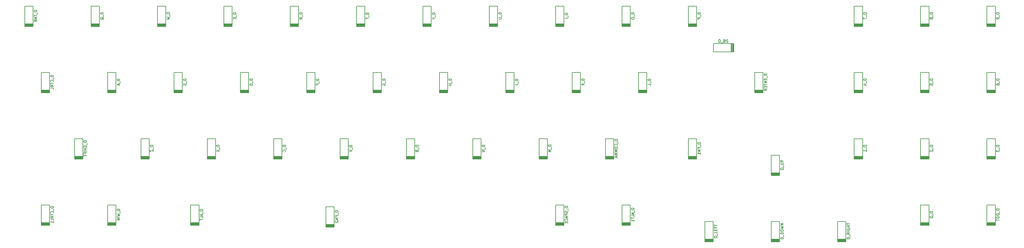
<source format=gbr>
G04 #@! TF.GenerationSoftware,KiCad,Pcbnew,(5.0.0-3-g5ebb6b6)*
G04 #@! TF.CreationDate,2019-05-05T10:35:57-03:00*
G04 #@! TF.ProjectId,elongate,656C6F6E676174652E6B696361645F70,rev?*
G04 #@! TF.SameCoordinates,Original*
G04 #@! TF.FileFunction,Legend,Top*
G04 #@! TF.FilePolarity,Positive*
%FSLAX46Y46*%
G04 Gerber Fmt 4.6, Leading zero omitted, Abs format (unit mm)*
G04 Created by KiCad (PCBNEW (5.0.0-3-g5ebb6b6)) date 2019 May 05, Sunday 10:35:57*
%MOMM*%
%LPD*%
G01*
G04 APERTURE LIST*
%ADD10C,0.200000*%
%ADD11C,0.150000*%
G04 APERTURE END LIST*
D10*
G04 #@! TO.C,D_TAB*
X18350000Y-12300000D02*
X20750000Y-12300000D01*
X18350000Y-12475000D02*
X20750000Y-12475000D01*
X18350000Y-12650000D02*
X20750000Y-12650000D01*
X20750000Y-13050000D02*
X18350000Y-13050000D01*
X18350000Y-12825000D02*
X20750000Y-12825000D01*
X18350000Y-12950000D02*
X20750000Y-12950000D01*
X18350000Y-13025000D02*
X18350000Y-7225000D01*
X18350000Y-7225000D02*
X20750000Y-7225000D01*
X20750000Y-7225000D02*
X20750000Y-13025000D01*
G04 #@! TO.C,D_Q*
X37400000Y-12300000D02*
X39800000Y-12300000D01*
X37400000Y-12475000D02*
X39800000Y-12475000D01*
X37400000Y-12650000D02*
X39800000Y-12650000D01*
X39800000Y-13050000D02*
X37400000Y-13050000D01*
X37400000Y-12825000D02*
X39800000Y-12825000D01*
X37400000Y-12950000D02*
X39800000Y-12950000D01*
X37400000Y-13025000D02*
X37400000Y-7225000D01*
X37400000Y-7225000D02*
X39800000Y-7225000D01*
X39800000Y-7225000D02*
X39800000Y-13025000D01*
G04 #@! TO.C,D_W*
X56450000Y-12300000D02*
X58850000Y-12300000D01*
X56450000Y-12475000D02*
X58850000Y-12475000D01*
X56450000Y-12650000D02*
X58850000Y-12650000D01*
X58850000Y-13050000D02*
X56450000Y-13050000D01*
X56450000Y-12825000D02*
X58850000Y-12825000D01*
X56450000Y-12950000D02*
X58850000Y-12950000D01*
X56450000Y-13025000D02*
X56450000Y-7225000D01*
X56450000Y-7225000D02*
X58850000Y-7225000D01*
X58850000Y-7225000D02*
X58850000Y-13025000D01*
G04 #@! TO.C,D_E*
X75500000Y-12300000D02*
X77900000Y-12300000D01*
X75500000Y-12475000D02*
X77900000Y-12475000D01*
X75500000Y-12650000D02*
X77900000Y-12650000D01*
X77900000Y-13050000D02*
X75500000Y-13050000D01*
X75500000Y-12825000D02*
X77900000Y-12825000D01*
X75500000Y-12950000D02*
X77900000Y-12950000D01*
X75500000Y-13025000D02*
X75500000Y-7225000D01*
X75500000Y-7225000D02*
X77900000Y-7225000D01*
X77900000Y-7225000D02*
X77900000Y-13025000D01*
G04 #@! TO.C,D_R*
X94550000Y-12300000D02*
X96950000Y-12300000D01*
X94550000Y-12475000D02*
X96950000Y-12475000D01*
X94550000Y-12650000D02*
X96950000Y-12650000D01*
X96950000Y-13050000D02*
X94550000Y-13050000D01*
X94550000Y-12825000D02*
X96950000Y-12825000D01*
X94550000Y-12950000D02*
X96950000Y-12950000D01*
X94550000Y-13025000D02*
X94550000Y-7225000D01*
X94550000Y-7225000D02*
X96950000Y-7225000D01*
X96950000Y-7225000D02*
X96950000Y-13025000D01*
G04 #@! TO.C,D_T*
X113600000Y-12300000D02*
X116000000Y-12300000D01*
X113600000Y-12475000D02*
X116000000Y-12475000D01*
X113600000Y-12650000D02*
X116000000Y-12650000D01*
X116000000Y-13050000D02*
X113600000Y-13050000D01*
X113600000Y-12825000D02*
X116000000Y-12825000D01*
X113600000Y-12950000D02*
X116000000Y-12950000D01*
X113600000Y-13025000D02*
X113600000Y-7225000D01*
X113600000Y-7225000D02*
X116000000Y-7225000D01*
X116000000Y-7225000D02*
X116000000Y-13025000D01*
G04 #@! TO.C,D_Y*
X132650000Y-12300000D02*
X135050000Y-12300000D01*
X132650000Y-12475000D02*
X135050000Y-12475000D01*
X132650000Y-12650000D02*
X135050000Y-12650000D01*
X135050000Y-13050000D02*
X132650000Y-13050000D01*
X132650000Y-12825000D02*
X135050000Y-12825000D01*
X132650000Y-12950000D02*
X135050000Y-12950000D01*
X132650000Y-13025000D02*
X132650000Y-7225000D01*
X132650000Y-7225000D02*
X135050000Y-7225000D01*
X135050000Y-7225000D02*
X135050000Y-13025000D01*
G04 #@! TO.C,D_U*
X151700000Y-12300000D02*
X154100000Y-12300000D01*
X151700000Y-12475000D02*
X154100000Y-12475000D01*
X151700000Y-12650000D02*
X154100000Y-12650000D01*
X154100000Y-13050000D02*
X151700000Y-13050000D01*
X151700000Y-12825000D02*
X154100000Y-12825000D01*
X151700000Y-12950000D02*
X154100000Y-12950000D01*
X151700000Y-13025000D02*
X151700000Y-7225000D01*
X151700000Y-7225000D02*
X154100000Y-7225000D01*
X154100000Y-7225000D02*
X154100000Y-13025000D01*
G04 #@! TO.C,D_I*
X170750000Y-12300000D02*
X173150000Y-12300000D01*
X170750000Y-12475000D02*
X173150000Y-12475000D01*
X170750000Y-12650000D02*
X173150000Y-12650000D01*
X173150000Y-13050000D02*
X170750000Y-13050000D01*
X170750000Y-12825000D02*
X173150000Y-12825000D01*
X170750000Y-12950000D02*
X173150000Y-12950000D01*
X170750000Y-13025000D02*
X170750000Y-7225000D01*
X170750000Y-7225000D02*
X173150000Y-7225000D01*
X173150000Y-7225000D02*
X173150000Y-13025000D01*
G04 #@! TO.C,D_O*
X189800000Y-12300000D02*
X192200000Y-12300000D01*
X189800000Y-12475000D02*
X192200000Y-12475000D01*
X189800000Y-12650000D02*
X192200000Y-12650000D01*
X192200000Y-13050000D02*
X189800000Y-13050000D01*
X189800000Y-12825000D02*
X192200000Y-12825000D01*
X189800000Y-12950000D02*
X192200000Y-12950000D01*
X189800000Y-13025000D02*
X189800000Y-7225000D01*
X189800000Y-7225000D02*
X192200000Y-7225000D01*
X192200000Y-7225000D02*
X192200000Y-13025000D01*
G04 #@! TO.C,D_P*
X208850000Y-12300000D02*
X211250000Y-12300000D01*
X208850000Y-12475000D02*
X211250000Y-12475000D01*
X208850000Y-12650000D02*
X211250000Y-12650000D01*
X211250000Y-13050000D02*
X208850000Y-13050000D01*
X208850000Y-12825000D02*
X211250000Y-12825000D01*
X208850000Y-12950000D02*
X211250000Y-12950000D01*
X208850000Y-13025000D02*
X208850000Y-7225000D01*
X208850000Y-7225000D02*
X211250000Y-7225000D01*
X211250000Y-7225000D02*
X211250000Y-13025000D01*
G04 #@! TO.C,D_BS*
X221175000Y-20400000D02*
X221175000Y-18000000D01*
X221350000Y-20400000D02*
X221350000Y-18000000D01*
X221525000Y-20400000D02*
X221525000Y-18000000D01*
X221925000Y-18000000D02*
X221925000Y-20400000D01*
X221700000Y-20400000D02*
X221700000Y-18000000D01*
X221825000Y-20400000D02*
X221825000Y-18000000D01*
X221900000Y-20400000D02*
X216100000Y-20400000D01*
X216100000Y-20400000D02*
X216100000Y-18000000D01*
X216100000Y-18000000D02*
X221900000Y-18000000D01*
G04 #@! TO.C,D_7*
X256475000Y-12300000D02*
X258875000Y-12300000D01*
X256475000Y-12475000D02*
X258875000Y-12475000D01*
X256475000Y-12650000D02*
X258875000Y-12650000D01*
X258875000Y-13050000D02*
X256475000Y-13050000D01*
X256475000Y-12825000D02*
X258875000Y-12825000D01*
X256475000Y-12950000D02*
X258875000Y-12950000D01*
X256475000Y-13025000D02*
X256475000Y-7225000D01*
X256475000Y-7225000D02*
X258875000Y-7225000D01*
X258875000Y-7225000D02*
X258875000Y-13025000D01*
G04 #@! TO.C,D_8*
X275525000Y-12300000D02*
X277925000Y-12300000D01*
X275525000Y-12475000D02*
X277925000Y-12475000D01*
X275525000Y-12650000D02*
X277925000Y-12650000D01*
X277925000Y-13050000D02*
X275525000Y-13050000D01*
X275525000Y-12825000D02*
X277925000Y-12825000D01*
X275525000Y-12950000D02*
X277925000Y-12950000D01*
X275525000Y-13025000D02*
X275525000Y-7225000D01*
X275525000Y-7225000D02*
X277925000Y-7225000D01*
X277925000Y-7225000D02*
X277925000Y-13025000D01*
G04 #@! TO.C,D_9*
X294575000Y-12300000D02*
X296975000Y-12300000D01*
X294575000Y-12475000D02*
X296975000Y-12475000D01*
X294575000Y-12650000D02*
X296975000Y-12650000D01*
X296975000Y-13050000D02*
X294575000Y-13050000D01*
X294575000Y-12825000D02*
X296975000Y-12825000D01*
X294575000Y-12950000D02*
X296975000Y-12950000D01*
X294575000Y-13025000D02*
X294575000Y-7225000D01*
X294575000Y-7225000D02*
X296975000Y-7225000D01*
X296975000Y-7225000D02*
X296975000Y-13025000D01*
G04 #@! TO.C,D_CTRL*
X23112500Y-31350000D02*
X25512500Y-31350000D01*
X23112500Y-31525000D02*
X25512500Y-31525000D01*
X23112500Y-31700000D02*
X25512500Y-31700000D01*
X25512500Y-32100000D02*
X23112500Y-32100000D01*
X23112500Y-31875000D02*
X25512500Y-31875000D01*
X23112500Y-32000000D02*
X25512500Y-32000000D01*
X23112500Y-32075000D02*
X23112500Y-26275000D01*
X23112500Y-26275000D02*
X25512500Y-26275000D01*
X25512500Y-26275000D02*
X25512500Y-32075000D01*
G04 #@! TO.C,D_A*
X42162500Y-31350000D02*
X44562500Y-31350000D01*
X42162500Y-31525000D02*
X44562500Y-31525000D01*
X42162500Y-31700000D02*
X44562500Y-31700000D01*
X44562500Y-32100000D02*
X42162500Y-32100000D01*
X42162500Y-31875000D02*
X44562500Y-31875000D01*
X42162500Y-32000000D02*
X44562500Y-32000000D01*
X42162500Y-32075000D02*
X42162500Y-26275000D01*
X42162500Y-26275000D02*
X44562500Y-26275000D01*
X44562500Y-26275000D02*
X44562500Y-32075000D01*
G04 #@! TO.C,D_S*
X61212500Y-31350000D02*
X63612500Y-31350000D01*
X61212500Y-31525000D02*
X63612500Y-31525000D01*
X61212500Y-31700000D02*
X63612500Y-31700000D01*
X63612500Y-32100000D02*
X61212500Y-32100000D01*
X61212500Y-31875000D02*
X63612500Y-31875000D01*
X61212500Y-32000000D02*
X63612500Y-32000000D01*
X61212500Y-32075000D02*
X61212500Y-26275000D01*
X61212500Y-26275000D02*
X63612500Y-26275000D01*
X63612500Y-26275000D02*
X63612500Y-32075000D01*
G04 #@! TO.C,D_D*
X80262500Y-31350000D02*
X82662500Y-31350000D01*
X80262500Y-31525000D02*
X82662500Y-31525000D01*
X80262500Y-31700000D02*
X82662500Y-31700000D01*
X82662500Y-32100000D02*
X80262500Y-32100000D01*
X80262500Y-31875000D02*
X82662500Y-31875000D01*
X80262500Y-32000000D02*
X82662500Y-32000000D01*
X80262500Y-32075000D02*
X80262500Y-26275000D01*
X80262500Y-26275000D02*
X82662500Y-26275000D01*
X82662500Y-26275000D02*
X82662500Y-32075000D01*
G04 #@! TO.C,D_F*
X99312500Y-31350000D02*
X101712500Y-31350000D01*
X99312500Y-31525000D02*
X101712500Y-31525000D01*
X99312500Y-31700000D02*
X101712500Y-31700000D01*
X101712500Y-32100000D02*
X99312500Y-32100000D01*
X99312500Y-31875000D02*
X101712500Y-31875000D01*
X99312500Y-32000000D02*
X101712500Y-32000000D01*
X99312500Y-32075000D02*
X99312500Y-26275000D01*
X99312500Y-26275000D02*
X101712500Y-26275000D01*
X101712500Y-26275000D02*
X101712500Y-32075000D01*
G04 #@! TO.C,D_G*
X118362500Y-31350000D02*
X120762500Y-31350000D01*
X118362500Y-31525000D02*
X120762500Y-31525000D01*
X118362500Y-31700000D02*
X120762500Y-31700000D01*
X120762500Y-32100000D02*
X118362500Y-32100000D01*
X118362500Y-31875000D02*
X120762500Y-31875000D01*
X118362500Y-32000000D02*
X120762500Y-32000000D01*
X118362500Y-32075000D02*
X118362500Y-26275000D01*
X118362500Y-26275000D02*
X120762500Y-26275000D01*
X120762500Y-26275000D02*
X120762500Y-32075000D01*
G04 #@! TO.C,D_H*
X137412500Y-31350000D02*
X139812500Y-31350000D01*
X137412500Y-31525000D02*
X139812500Y-31525000D01*
X137412500Y-31700000D02*
X139812500Y-31700000D01*
X139812500Y-32100000D02*
X137412500Y-32100000D01*
X137412500Y-31875000D02*
X139812500Y-31875000D01*
X137412500Y-32000000D02*
X139812500Y-32000000D01*
X137412500Y-32075000D02*
X137412500Y-26275000D01*
X137412500Y-26275000D02*
X139812500Y-26275000D01*
X139812500Y-26275000D02*
X139812500Y-32075000D01*
G04 #@! TO.C,D_J*
X156462500Y-31350000D02*
X158862500Y-31350000D01*
X156462500Y-31525000D02*
X158862500Y-31525000D01*
X156462500Y-31700000D02*
X158862500Y-31700000D01*
X158862500Y-32100000D02*
X156462500Y-32100000D01*
X156462500Y-31875000D02*
X158862500Y-31875000D01*
X156462500Y-32000000D02*
X158862500Y-32000000D01*
X156462500Y-32075000D02*
X156462500Y-26275000D01*
X156462500Y-26275000D02*
X158862500Y-26275000D01*
X158862500Y-26275000D02*
X158862500Y-32075000D01*
G04 #@! TO.C,D_K*
X175512500Y-31350000D02*
X177912500Y-31350000D01*
X175512500Y-31525000D02*
X177912500Y-31525000D01*
X175512500Y-31700000D02*
X177912500Y-31700000D01*
X177912500Y-32100000D02*
X175512500Y-32100000D01*
X175512500Y-31875000D02*
X177912500Y-31875000D01*
X175512500Y-32000000D02*
X177912500Y-32000000D01*
X175512500Y-32075000D02*
X175512500Y-26275000D01*
X175512500Y-26275000D02*
X177912500Y-26275000D01*
X177912500Y-26275000D02*
X177912500Y-32075000D01*
G04 #@! TO.C,D_L*
X194562500Y-31350000D02*
X196962500Y-31350000D01*
X194562500Y-31525000D02*
X196962500Y-31525000D01*
X194562500Y-31700000D02*
X196962500Y-31700000D01*
X196962500Y-32100000D02*
X194562500Y-32100000D01*
X194562500Y-31875000D02*
X196962500Y-31875000D01*
X194562500Y-32000000D02*
X196962500Y-32000000D01*
X194562500Y-32075000D02*
X194562500Y-26275000D01*
X194562500Y-26275000D02*
X196962500Y-26275000D01*
X196962500Y-26275000D02*
X196962500Y-32075000D01*
G04 #@! TO.C,D_ENTER*
X227900000Y-31350000D02*
X230300000Y-31350000D01*
X227900000Y-31525000D02*
X230300000Y-31525000D01*
X227900000Y-31700000D02*
X230300000Y-31700000D01*
X230300000Y-32100000D02*
X227900000Y-32100000D01*
X227900000Y-31875000D02*
X230300000Y-31875000D01*
X227900000Y-32000000D02*
X230300000Y-32000000D01*
X227900000Y-32075000D02*
X227900000Y-26275000D01*
X227900000Y-26275000D02*
X230300000Y-26275000D01*
X230300000Y-26275000D02*
X230300000Y-32075000D01*
G04 #@! TO.C,D_4*
X256475000Y-31350000D02*
X258875000Y-31350000D01*
X256475000Y-31525000D02*
X258875000Y-31525000D01*
X256475000Y-31700000D02*
X258875000Y-31700000D01*
X258875000Y-32100000D02*
X256475000Y-32100000D01*
X256475000Y-31875000D02*
X258875000Y-31875000D01*
X256475000Y-32000000D02*
X258875000Y-32000000D01*
X256475000Y-32075000D02*
X256475000Y-26275000D01*
X256475000Y-26275000D02*
X258875000Y-26275000D01*
X258875000Y-26275000D02*
X258875000Y-32075000D01*
G04 #@! TO.C,D_5*
X275525000Y-31350000D02*
X277925000Y-31350000D01*
X275525000Y-31525000D02*
X277925000Y-31525000D01*
X275525000Y-31700000D02*
X277925000Y-31700000D01*
X277925000Y-32100000D02*
X275525000Y-32100000D01*
X275525000Y-31875000D02*
X277925000Y-31875000D01*
X275525000Y-32000000D02*
X277925000Y-32000000D01*
X275525000Y-32075000D02*
X275525000Y-26275000D01*
X275525000Y-26275000D02*
X277925000Y-26275000D01*
X277925000Y-26275000D02*
X277925000Y-32075000D01*
G04 #@! TO.C,D_6*
X294575000Y-31350000D02*
X296975000Y-31350000D01*
X294575000Y-31525000D02*
X296975000Y-31525000D01*
X294575000Y-31700000D02*
X296975000Y-31700000D01*
X296975000Y-32100000D02*
X294575000Y-32100000D01*
X294575000Y-31875000D02*
X296975000Y-31875000D01*
X294575000Y-32000000D02*
X296975000Y-32000000D01*
X294575000Y-32075000D02*
X294575000Y-26275000D01*
X294575000Y-26275000D02*
X296975000Y-26275000D01*
X296975000Y-26275000D02*
X296975000Y-32075000D01*
G04 #@! TO.C,D_SHIFT*
X32637500Y-50400000D02*
X35037500Y-50400000D01*
X32637500Y-50575000D02*
X35037500Y-50575000D01*
X32637500Y-50750000D02*
X35037500Y-50750000D01*
X35037500Y-51150000D02*
X32637500Y-51150000D01*
X32637500Y-50925000D02*
X35037500Y-50925000D01*
X32637500Y-51050000D02*
X35037500Y-51050000D01*
X32637500Y-51125000D02*
X32637500Y-45325000D01*
X32637500Y-45325000D02*
X35037500Y-45325000D01*
X35037500Y-45325000D02*
X35037500Y-51125000D01*
G04 #@! TO.C,D_Z*
X51687500Y-50400000D02*
X54087500Y-50400000D01*
X51687500Y-50575000D02*
X54087500Y-50575000D01*
X51687500Y-50750000D02*
X54087500Y-50750000D01*
X54087500Y-51150000D02*
X51687500Y-51150000D01*
X51687500Y-50925000D02*
X54087500Y-50925000D01*
X51687500Y-51050000D02*
X54087500Y-51050000D01*
X51687500Y-51125000D02*
X51687500Y-45325000D01*
X51687500Y-45325000D02*
X54087500Y-45325000D01*
X54087500Y-45325000D02*
X54087500Y-51125000D01*
G04 #@! TO.C,D_X*
X70737500Y-50400000D02*
X73137500Y-50400000D01*
X70737500Y-50575000D02*
X73137500Y-50575000D01*
X70737500Y-50750000D02*
X73137500Y-50750000D01*
X73137500Y-51150000D02*
X70737500Y-51150000D01*
X70737500Y-50925000D02*
X73137500Y-50925000D01*
X70737500Y-51050000D02*
X73137500Y-51050000D01*
X70737500Y-51125000D02*
X70737500Y-45325000D01*
X70737500Y-45325000D02*
X73137500Y-45325000D01*
X73137500Y-45325000D02*
X73137500Y-51125000D01*
G04 #@! TO.C,D_C*
X89787500Y-50400000D02*
X92187500Y-50400000D01*
X89787500Y-50575000D02*
X92187500Y-50575000D01*
X89787500Y-50750000D02*
X92187500Y-50750000D01*
X92187500Y-51150000D02*
X89787500Y-51150000D01*
X89787500Y-50925000D02*
X92187500Y-50925000D01*
X89787500Y-51050000D02*
X92187500Y-51050000D01*
X89787500Y-51125000D02*
X89787500Y-45325000D01*
X89787500Y-45325000D02*
X92187500Y-45325000D01*
X92187500Y-45325000D02*
X92187500Y-51125000D01*
G04 #@! TO.C,D_V*
X108837500Y-50400000D02*
X111237500Y-50400000D01*
X108837500Y-50575000D02*
X111237500Y-50575000D01*
X108837500Y-50750000D02*
X111237500Y-50750000D01*
X111237500Y-51150000D02*
X108837500Y-51150000D01*
X108837500Y-50925000D02*
X111237500Y-50925000D01*
X108837500Y-51050000D02*
X111237500Y-51050000D01*
X108837500Y-51125000D02*
X108837500Y-45325000D01*
X108837500Y-45325000D02*
X111237500Y-45325000D01*
X111237500Y-45325000D02*
X111237500Y-51125000D01*
G04 #@! TO.C,D_B*
X127887500Y-50400000D02*
X130287500Y-50400000D01*
X127887500Y-50575000D02*
X130287500Y-50575000D01*
X127887500Y-50750000D02*
X130287500Y-50750000D01*
X130287500Y-51150000D02*
X127887500Y-51150000D01*
X127887500Y-50925000D02*
X130287500Y-50925000D01*
X127887500Y-51050000D02*
X130287500Y-51050000D01*
X127887500Y-51125000D02*
X127887500Y-45325000D01*
X127887500Y-45325000D02*
X130287500Y-45325000D01*
X130287500Y-45325000D02*
X130287500Y-51125000D01*
G04 #@! TO.C,D_N*
X146937500Y-50400000D02*
X149337500Y-50400000D01*
X146937500Y-50575000D02*
X149337500Y-50575000D01*
X146937500Y-50750000D02*
X149337500Y-50750000D01*
X149337500Y-51150000D02*
X146937500Y-51150000D01*
X146937500Y-50925000D02*
X149337500Y-50925000D01*
X146937500Y-51050000D02*
X149337500Y-51050000D01*
X146937500Y-51125000D02*
X146937500Y-45325000D01*
X146937500Y-45325000D02*
X149337500Y-45325000D01*
X149337500Y-45325000D02*
X149337500Y-51125000D01*
G04 #@! TO.C,D_M*
X165987500Y-50400000D02*
X168387500Y-50400000D01*
X165987500Y-50575000D02*
X168387500Y-50575000D01*
X165987500Y-50750000D02*
X168387500Y-50750000D01*
X168387500Y-51150000D02*
X165987500Y-51150000D01*
X165987500Y-50925000D02*
X168387500Y-50925000D01*
X165987500Y-51050000D02*
X168387500Y-51050000D01*
X165987500Y-51125000D02*
X165987500Y-45325000D01*
X165987500Y-45325000D02*
X168387500Y-45325000D01*
X168387500Y-45325000D02*
X168387500Y-51125000D01*
G04 #@! TO.C,D_COMMA*
X185037500Y-50400000D02*
X187437500Y-50400000D01*
X185037500Y-50575000D02*
X187437500Y-50575000D01*
X185037500Y-50750000D02*
X187437500Y-50750000D01*
X187437500Y-51150000D02*
X185037500Y-51150000D01*
X185037500Y-50925000D02*
X187437500Y-50925000D01*
X185037500Y-51050000D02*
X187437500Y-51050000D01*
X185037500Y-51125000D02*
X185037500Y-45325000D01*
X185037500Y-45325000D02*
X187437500Y-45325000D01*
X187437500Y-45325000D02*
X187437500Y-51125000D01*
G04 #@! TO.C,D_FN1*
X208850000Y-50400000D02*
X211250000Y-50400000D01*
X208850000Y-50575000D02*
X211250000Y-50575000D01*
X208850000Y-50750000D02*
X211250000Y-50750000D01*
X211250000Y-51150000D02*
X208850000Y-51150000D01*
X208850000Y-50925000D02*
X211250000Y-50925000D01*
X208850000Y-51050000D02*
X211250000Y-51050000D01*
X208850000Y-51125000D02*
X208850000Y-45325000D01*
X208850000Y-45325000D02*
X211250000Y-45325000D01*
X211250000Y-45325000D02*
X211250000Y-51125000D01*
G04 #@! TO.C,D_UP*
X232662500Y-55162500D02*
X235062500Y-55162500D01*
X232662500Y-55337500D02*
X235062500Y-55337500D01*
X232662500Y-55512500D02*
X235062500Y-55512500D01*
X235062500Y-55912500D02*
X232662500Y-55912500D01*
X232662500Y-55687500D02*
X235062500Y-55687500D01*
X232662500Y-55812500D02*
X235062500Y-55812500D01*
X232662500Y-55887500D02*
X232662500Y-50087500D01*
X232662500Y-50087500D02*
X235062500Y-50087500D01*
X235062500Y-50087500D02*
X235062500Y-55887500D01*
G04 #@! TO.C,D_1*
X256475000Y-50400000D02*
X258875000Y-50400000D01*
X256475000Y-50575000D02*
X258875000Y-50575000D01*
X256475000Y-50750000D02*
X258875000Y-50750000D01*
X258875000Y-51150000D02*
X256475000Y-51150000D01*
X256475000Y-50925000D02*
X258875000Y-50925000D01*
X256475000Y-51050000D02*
X258875000Y-51050000D01*
X256475000Y-51125000D02*
X256475000Y-45325000D01*
X256475000Y-45325000D02*
X258875000Y-45325000D01*
X258875000Y-45325000D02*
X258875000Y-51125000D01*
G04 #@! TO.C,D_2*
X275525000Y-50400000D02*
X277925000Y-50400000D01*
X275525000Y-50575000D02*
X277925000Y-50575000D01*
X275525000Y-50750000D02*
X277925000Y-50750000D01*
X277925000Y-51150000D02*
X275525000Y-51150000D01*
X275525000Y-50925000D02*
X277925000Y-50925000D01*
X275525000Y-51050000D02*
X277925000Y-51050000D01*
X275525000Y-51125000D02*
X275525000Y-45325000D01*
X275525000Y-45325000D02*
X277925000Y-45325000D01*
X277925000Y-45325000D02*
X277925000Y-51125000D01*
G04 #@! TO.C,D_3*
X294575000Y-50400000D02*
X296975000Y-50400000D01*
X294575000Y-50575000D02*
X296975000Y-50575000D01*
X294575000Y-50750000D02*
X296975000Y-50750000D01*
X296975000Y-51150000D02*
X294575000Y-51150000D01*
X294575000Y-50925000D02*
X296975000Y-50925000D01*
X294575000Y-51050000D02*
X296975000Y-51050000D01*
X294575000Y-51125000D02*
X294575000Y-45325000D01*
X294575000Y-45325000D02*
X296975000Y-45325000D01*
X296975000Y-45325000D02*
X296975000Y-51125000D01*
G04 #@! TO.C,D_CTRL1*
X23112500Y-69450000D02*
X25512500Y-69450000D01*
X23112500Y-69625000D02*
X25512500Y-69625000D01*
X23112500Y-69800000D02*
X25512500Y-69800000D01*
X25512500Y-70200000D02*
X23112500Y-70200000D01*
X23112500Y-69975000D02*
X25512500Y-69975000D01*
X23112500Y-70100000D02*
X25512500Y-70100000D01*
X23112500Y-70175000D02*
X23112500Y-64375000D01*
X23112500Y-64375000D02*
X25512500Y-64375000D01*
X25512500Y-64375000D02*
X25512500Y-70175000D01*
G04 #@! TO.C,D_WIN*
X42162500Y-69450000D02*
X44562500Y-69450000D01*
X42162500Y-69625000D02*
X44562500Y-69625000D01*
X42162500Y-69800000D02*
X44562500Y-69800000D01*
X44562500Y-70200000D02*
X42162500Y-70200000D01*
X42162500Y-69975000D02*
X44562500Y-69975000D01*
X42162500Y-70100000D02*
X44562500Y-70100000D01*
X42162500Y-70175000D02*
X42162500Y-64375000D01*
X42162500Y-64375000D02*
X44562500Y-64375000D01*
X44562500Y-64375000D02*
X44562500Y-70175000D01*
G04 #@! TO.C,D_ALT*
X65975000Y-69450000D02*
X68375000Y-69450000D01*
X65975000Y-69625000D02*
X68375000Y-69625000D01*
X65975000Y-69800000D02*
X68375000Y-69800000D01*
X68375000Y-70200000D02*
X65975000Y-70200000D01*
X65975000Y-69975000D02*
X68375000Y-69975000D01*
X65975000Y-70100000D02*
X68375000Y-70100000D01*
X65975000Y-70175000D02*
X65975000Y-64375000D01*
X65975000Y-64375000D02*
X68375000Y-64375000D01*
X68375000Y-64375000D02*
X68375000Y-70175000D01*
G04 #@! TO.C,D_FN2*
X104800000Y-69975000D02*
X107200000Y-69975000D01*
X104800000Y-70150000D02*
X107200000Y-70150000D01*
X104800000Y-70325000D02*
X107200000Y-70325000D01*
X107200000Y-70725000D02*
X104800000Y-70725000D01*
X104800000Y-70500000D02*
X107200000Y-70500000D01*
X104800000Y-70625000D02*
X107200000Y-70625000D01*
X104800000Y-70700000D02*
X104800000Y-64900000D01*
X104800000Y-64900000D02*
X107200000Y-64900000D01*
X107200000Y-64900000D02*
X107200000Y-70700000D01*
G04 #@! TO.C,D_SPACE*
X170750000Y-69450000D02*
X173150000Y-69450000D01*
X170750000Y-69625000D02*
X173150000Y-69625000D01*
X170750000Y-69800000D02*
X173150000Y-69800000D01*
X173150000Y-70200000D02*
X170750000Y-70200000D01*
X170750000Y-69975000D02*
X173150000Y-69975000D01*
X170750000Y-70100000D02*
X173150000Y-70100000D01*
X170750000Y-70175000D02*
X170750000Y-64375000D01*
X170750000Y-64375000D02*
X173150000Y-64375000D01*
X173150000Y-64375000D02*
X173150000Y-70175000D01*
G04 #@! TO.C,D_ALT1*
X189800000Y-69450000D02*
X192200000Y-69450000D01*
X189800000Y-69625000D02*
X192200000Y-69625000D01*
X189800000Y-69800000D02*
X192200000Y-69800000D01*
X192200000Y-70200000D02*
X189800000Y-70200000D01*
X189800000Y-69975000D02*
X192200000Y-69975000D01*
X189800000Y-70100000D02*
X192200000Y-70100000D01*
X189800000Y-70175000D02*
X189800000Y-64375000D01*
X189800000Y-64375000D02*
X192200000Y-64375000D01*
X192200000Y-64375000D02*
X192200000Y-70175000D01*
G04 #@! TO.C,D_LEFT*
X213612500Y-74212500D02*
X216012500Y-74212500D01*
X213612500Y-74387500D02*
X216012500Y-74387500D01*
X213612500Y-74562500D02*
X216012500Y-74562500D01*
X216012500Y-74962500D02*
X213612500Y-74962500D01*
X213612500Y-74737500D02*
X216012500Y-74737500D01*
X213612500Y-74862500D02*
X216012500Y-74862500D01*
X213612500Y-74937500D02*
X213612500Y-69137500D01*
X213612500Y-69137500D02*
X216012500Y-69137500D01*
X216012500Y-69137500D02*
X216012500Y-74937500D01*
G04 #@! TO.C,D_DOWN*
X232662500Y-74212500D02*
X235062500Y-74212500D01*
X232662500Y-74387500D02*
X235062500Y-74387500D01*
X232662500Y-74562500D02*
X235062500Y-74562500D01*
X235062500Y-74962500D02*
X232662500Y-74962500D01*
X232662500Y-74737500D02*
X235062500Y-74737500D01*
X232662500Y-74862500D02*
X235062500Y-74862500D01*
X232662500Y-74937500D02*
X232662500Y-69137500D01*
X232662500Y-69137500D02*
X235062500Y-69137500D01*
X235062500Y-69137500D02*
X235062500Y-74937500D01*
G04 #@! TO.C,D_RIGHT*
X251712500Y-74212500D02*
X254112500Y-74212500D01*
X251712500Y-74387500D02*
X254112500Y-74387500D01*
X251712500Y-74562500D02*
X254112500Y-74562500D01*
X254112500Y-74962500D02*
X251712500Y-74962500D01*
X251712500Y-74737500D02*
X254112500Y-74737500D01*
X251712500Y-74862500D02*
X254112500Y-74862500D01*
X251712500Y-74937500D02*
X251712500Y-69137500D01*
X251712500Y-69137500D02*
X254112500Y-69137500D01*
X254112500Y-69137500D02*
X254112500Y-74937500D01*
G04 #@! TO.C,D_0*
X275525000Y-69450000D02*
X277925000Y-69450000D01*
X275525000Y-69625000D02*
X277925000Y-69625000D01*
X275525000Y-69800000D02*
X277925000Y-69800000D01*
X277925000Y-70200000D02*
X275525000Y-70200000D01*
X275525000Y-69975000D02*
X277925000Y-69975000D01*
X275525000Y-70100000D02*
X277925000Y-70100000D01*
X275525000Y-70175000D02*
X275525000Y-64375000D01*
X275525000Y-64375000D02*
X277925000Y-64375000D01*
X277925000Y-64375000D02*
X277925000Y-70175000D01*
G04 #@! TO.C,D_DOT*
X294575000Y-69450000D02*
X296975000Y-69450000D01*
X294575000Y-69625000D02*
X296975000Y-69625000D01*
X294575000Y-69800000D02*
X296975000Y-69800000D01*
X296975000Y-70200000D02*
X294575000Y-70200000D01*
X294575000Y-69975000D02*
X296975000Y-69975000D01*
X294575000Y-70100000D02*
X296975000Y-70100000D01*
X294575000Y-70175000D02*
X294575000Y-64375000D01*
X294575000Y-64375000D02*
X296975000Y-64375000D01*
X296975000Y-64375000D02*
X296975000Y-70175000D01*
G04 #@! TO.C,D_TAB*
D11*
X21836904Y-8463095D02*
X21036904Y-8463095D01*
X21036904Y-8653571D01*
X21075000Y-8767857D01*
X21151190Y-8844047D01*
X21227380Y-8882142D01*
X21379761Y-8920238D01*
X21494047Y-8920238D01*
X21646428Y-8882142D01*
X21722619Y-8844047D01*
X21798809Y-8767857D01*
X21836904Y-8653571D01*
X21836904Y-8463095D01*
X21913095Y-9072619D02*
X21913095Y-9682142D01*
X21036904Y-9758333D02*
X21036904Y-10215476D01*
X21836904Y-9986904D02*
X21036904Y-9986904D01*
X21608333Y-10444047D02*
X21608333Y-10825000D01*
X21836904Y-10367857D02*
X21036904Y-10634523D01*
X21836904Y-10901190D01*
X21417857Y-11434523D02*
X21455952Y-11548809D01*
X21494047Y-11586904D01*
X21570238Y-11625000D01*
X21684523Y-11625000D01*
X21760714Y-11586904D01*
X21798809Y-11548809D01*
X21836904Y-11472619D01*
X21836904Y-11167857D01*
X21036904Y-11167857D01*
X21036904Y-11434523D01*
X21075000Y-11510714D01*
X21113095Y-11548809D01*
X21189285Y-11586904D01*
X21265476Y-11586904D01*
X21341666Y-11548809D01*
X21379761Y-11510714D01*
X21417857Y-11434523D01*
X21417857Y-11167857D01*
G04 #@! TO.C,D_Q*
X40886904Y-9091666D02*
X40086904Y-9091666D01*
X40086904Y-9282142D01*
X40125000Y-9396428D01*
X40201190Y-9472619D01*
X40277380Y-9510714D01*
X40429761Y-9548809D01*
X40544047Y-9548809D01*
X40696428Y-9510714D01*
X40772619Y-9472619D01*
X40848809Y-9396428D01*
X40886904Y-9282142D01*
X40886904Y-9091666D01*
X40963095Y-9701190D02*
X40963095Y-10310714D01*
X40963095Y-11034523D02*
X40925000Y-10958333D01*
X40848809Y-10882142D01*
X40734523Y-10767857D01*
X40696428Y-10691666D01*
X40696428Y-10615476D01*
X40886904Y-10653571D02*
X40848809Y-10577380D01*
X40772619Y-10501190D01*
X40620238Y-10463095D01*
X40353571Y-10463095D01*
X40201190Y-10501190D01*
X40125000Y-10577380D01*
X40086904Y-10653571D01*
X40086904Y-10805952D01*
X40125000Y-10882142D01*
X40201190Y-10958333D01*
X40353571Y-10996428D01*
X40620238Y-10996428D01*
X40772619Y-10958333D01*
X40848809Y-10882142D01*
X40886904Y-10805952D01*
X40886904Y-10653571D01*
G04 #@! TO.C,D_W*
X59936904Y-9053571D02*
X59136904Y-9053571D01*
X59136904Y-9244047D01*
X59175000Y-9358333D01*
X59251190Y-9434523D01*
X59327380Y-9472619D01*
X59479761Y-9510714D01*
X59594047Y-9510714D01*
X59746428Y-9472619D01*
X59822619Y-9434523D01*
X59898809Y-9358333D01*
X59936904Y-9244047D01*
X59936904Y-9053571D01*
X60013095Y-9663095D02*
X60013095Y-10272619D01*
X59136904Y-10386904D02*
X59936904Y-10577380D01*
X59365476Y-10729761D01*
X59936904Y-10882142D01*
X59136904Y-11072619D01*
G04 #@! TO.C,D_E*
X78986904Y-9148809D02*
X78186904Y-9148809D01*
X78186904Y-9339285D01*
X78225000Y-9453571D01*
X78301190Y-9529761D01*
X78377380Y-9567857D01*
X78529761Y-9605952D01*
X78644047Y-9605952D01*
X78796428Y-9567857D01*
X78872619Y-9529761D01*
X78948809Y-9453571D01*
X78986904Y-9339285D01*
X78986904Y-9148809D01*
X79063095Y-9758333D02*
X79063095Y-10367857D01*
X78567857Y-10558333D02*
X78567857Y-10825000D01*
X78986904Y-10939285D02*
X78986904Y-10558333D01*
X78186904Y-10558333D01*
X78186904Y-10939285D01*
G04 #@! TO.C,D_R*
X98036904Y-9110714D02*
X97236904Y-9110714D01*
X97236904Y-9301190D01*
X97275000Y-9415476D01*
X97351190Y-9491666D01*
X97427380Y-9529761D01*
X97579761Y-9567857D01*
X97694047Y-9567857D01*
X97846428Y-9529761D01*
X97922619Y-9491666D01*
X97998809Y-9415476D01*
X98036904Y-9301190D01*
X98036904Y-9110714D01*
X98113095Y-9720238D02*
X98113095Y-10329761D01*
X98036904Y-10977380D02*
X97655952Y-10710714D01*
X98036904Y-10520238D02*
X97236904Y-10520238D01*
X97236904Y-10825000D01*
X97275000Y-10901190D01*
X97313095Y-10939285D01*
X97389285Y-10977380D01*
X97503571Y-10977380D01*
X97579761Y-10939285D01*
X97617857Y-10901190D01*
X97655952Y-10825000D01*
X97655952Y-10520238D01*
G04 #@! TO.C,D_T*
X117086904Y-9205952D02*
X116286904Y-9205952D01*
X116286904Y-9396428D01*
X116325000Y-9510714D01*
X116401190Y-9586904D01*
X116477380Y-9625000D01*
X116629761Y-9663095D01*
X116744047Y-9663095D01*
X116896428Y-9625000D01*
X116972619Y-9586904D01*
X117048809Y-9510714D01*
X117086904Y-9396428D01*
X117086904Y-9205952D01*
X117163095Y-9815476D02*
X117163095Y-10425000D01*
X116286904Y-10501190D02*
X116286904Y-10958333D01*
X117086904Y-10729761D02*
X116286904Y-10729761D01*
G04 #@! TO.C,D_Y*
X136136904Y-9167857D02*
X135336904Y-9167857D01*
X135336904Y-9358333D01*
X135375000Y-9472619D01*
X135451190Y-9548809D01*
X135527380Y-9586904D01*
X135679761Y-9625000D01*
X135794047Y-9625000D01*
X135946428Y-9586904D01*
X136022619Y-9548809D01*
X136098809Y-9472619D01*
X136136904Y-9358333D01*
X136136904Y-9167857D01*
X136213095Y-9777380D02*
X136213095Y-10386904D01*
X135755952Y-10729761D02*
X136136904Y-10729761D01*
X135336904Y-10463095D02*
X135755952Y-10729761D01*
X135336904Y-10996428D01*
G04 #@! TO.C,D_U*
X155186904Y-9091666D02*
X154386904Y-9091666D01*
X154386904Y-9282142D01*
X154425000Y-9396428D01*
X154501190Y-9472619D01*
X154577380Y-9510714D01*
X154729761Y-9548809D01*
X154844047Y-9548809D01*
X154996428Y-9510714D01*
X155072619Y-9472619D01*
X155148809Y-9396428D01*
X155186904Y-9282142D01*
X155186904Y-9091666D01*
X155263095Y-9701190D02*
X155263095Y-10310714D01*
X154386904Y-10501190D02*
X155034523Y-10501190D01*
X155110714Y-10539285D01*
X155148809Y-10577380D01*
X155186904Y-10653571D01*
X155186904Y-10805952D01*
X155148809Y-10882142D01*
X155110714Y-10920238D01*
X155034523Y-10958333D01*
X154386904Y-10958333D01*
G04 #@! TO.C,D_I*
X174236904Y-9320238D02*
X173436904Y-9320238D01*
X173436904Y-9510714D01*
X173475000Y-9625000D01*
X173551190Y-9701190D01*
X173627380Y-9739285D01*
X173779761Y-9777380D01*
X173894047Y-9777380D01*
X174046428Y-9739285D01*
X174122619Y-9701190D01*
X174198809Y-9625000D01*
X174236904Y-9510714D01*
X174236904Y-9320238D01*
X174313095Y-9929761D02*
X174313095Y-10539285D01*
X174236904Y-10729761D02*
X173436904Y-10729761D01*
G04 #@! TO.C,D_O*
X193286904Y-9091666D02*
X192486904Y-9091666D01*
X192486904Y-9282142D01*
X192525000Y-9396428D01*
X192601190Y-9472619D01*
X192677380Y-9510714D01*
X192829761Y-9548809D01*
X192944047Y-9548809D01*
X193096428Y-9510714D01*
X193172619Y-9472619D01*
X193248809Y-9396428D01*
X193286904Y-9282142D01*
X193286904Y-9091666D01*
X193363095Y-9701190D02*
X193363095Y-10310714D01*
X192486904Y-10653571D02*
X192486904Y-10805952D01*
X192525000Y-10882142D01*
X192601190Y-10958333D01*
X192753571Y-10996428D01*
X193020238Y-10996428D01*
X193172619Y-10958333D01*
X193248809Y-10882142D01*
X193286904Y-10805952D01*
X193286904Y-10653571D01*
X193248809Y-10577380D01*
X193172619Y-10501190D01*
X193020238Y-10463095D01*
X192753571Y-10463095D01*
X192601190Y-10501190D01*
X192525000Y-10577380D01*
X192486904Y-10653571D01*
G04 #@! TO.C,D_P*
X212336904Y-9110714D02*
X211536904Y-9110714D01*
X211536904Y-9301190D01*
X211575000Y-9415476D01*
X211651190Y-9491666D01*
X211727380Y-9529761D01*
X211879761Y-9567857D01*
X211994047Y-9567857D01*
X212146428Y-9529761D01*
X212222619Y-9491666D01*
X212298809Y-9415476D01*
X212336904Y-9301190D01*
X212336904Y-9110714D01*
X212413095Y-9720238D02*
X212413095Y-10329761D01*
X212336904Y-10520238D02*
X211536904Y-10520238D01*
X211536904Y-10825000D01*
X211575000Y-10901190D01*
X211613095Y-10939285D01*
X211689285Y-10977380D01*
X211803571Y-10977380D01*
X211879761Y-10939285D01*
X211917857Y-10901190D01*
X211955952Y-10825000D01*
X211955952Y-10520238D01*
G04 #@! TO.C,D_BS*
X217604761Y-17636904D02*
X217604761Y-16836904D01*
X217795238Y-16836904D01*
X217909523Y-16875000D01*
X217985714Y-16951190D01*
X218023809Y-17027380D01*
X218061904Y-17179761D01*
X218061904Y-17294047D01*
X218023809Y-17446428D01*
X217985714Y-17522619D01*
X217909523Y-17598809D01*
X217795238Y-17636904D01*
X217604761Y-17636904D01*
X218214285Y-17713095D02*
X218823809Y-17713095D01*
X219280952Y-17217857D02*
X219395238Y-17255952D01*
X219433333Y-17294047D01*
X219471428Y-17370238D01*
X219471428Y-17484523D01*
X219433333Y-17560714D01*
X219395238Y-17598809D01*
X219319047Y-17636904D01*
X219014285Y-17636904D01*
X219014285Y-16836904D01*
X219280952Y-16836904D01*
X219357142Y-16875000D01*
X219395238Y-16913095D01*
X219433333Y-16989285D01*
X219433333Y-17065476D01*
X219395238Y-17141666D01*
X219357142Y-17179761D01*
X219280952Y-17217857D01*
X219014285Y-17217857D01*
X219776190Y-17598809D02*
X219890476Y-17636904D01*
X220080952Y-17636904D01*
X220157142Y-17598809D01*
X220195238Y-17560714D01*
X220233333Y-17484523D01*
X220233333Y-17408333D01*
X220195238Y-17332142D01*
X220157142Y-17294047D01*
X220080952Y-17255952D01*
X219928571Y-17217857D01*
X219852380Y-17179761D01*
X219814285Y-17141666D01*
X219776190Y-17065476D01*
X219776190Y-16989285D01*
X219814285Y-16913095D01*
X219852380Y-16875000D01*
X219928571Y-16836904D01*
X220119047Y-16836904D01*
X220233333Y-16875000D01*
G04 #@! TO.C,D_7*
X259961904Y-9129761D02*
X259161904Y-9129761D01*
X259161904Y-9320238D01*
X259200000Y-9434523D01*
X259276190Y-9510714D01*
X259352380Y-9548809D01*
X259504761Y-9586904D01*
X259619047Y-9586904D01*
X259771428Y-9548809D01*
X259847619Y-9510714D01*
X259923809Y-9434523D01*
X259961904Y-9320238D01*
X259961904Y-9129761D01*
X260038095Y-9739285D02*
X260038095Y-10348809D01*
X259161904Y-10463095D02*
X259161904Y-10996428D01*
X259961904Y-10653571D01*
G04 #@! TO.C,D_8*
X279011904Y-9129761D02*
X278211904Y-9129761D01*
X278211904Y-9320238D01*
X278250000Y-9434523D01*
X278326190Y-9510714D01*
X278402380Y-9548809D01*
X278554761Y-9586904D01*
X278669047Y-9586904D01*
X278821428Y-9548809D01*
X278897619Y-9510714D01*
X278973809Y-9434523D01*
X279011904Y-9320238D01*
X279011904Y-9129761D01*
X279088095Y-9739285D02*
X279088095Y-10348809D01*
X278554761Y-10653571D02*
X278516666Y-10577380D01*
X278478571Y-10539285D01*
X278402380Y-10501190D01*
X278364285Y-10501190D01*
X278288095Y-10539285D01*
X278250000Y-10577380D01*
X278211904Y-10653571D01*
X278211904Y-10805952D01*
X278250000Y-10882142D01*
X278288095Y-10920238D01*
X278364285Y-10958333D01*
X278402380Y-10958333D01*
X278478571Y-10920238D01*
X278516666Y-10882142D01*
X278554761Y-10805952D01*
X278554761Y-10653571D01*
X278592857Y-10577380D01*
X278630952Y-10539285D01*
X278707142Y-10501190D01*
X278859523Y-10501190D01*
X278935714Y-10539285D01*
X278973809Y-10577380D01*
X279011904Y-10653571D01*
X279011904Y-10805952D01*
X278973809Y-10882142D01*
X278935714Y-10920238D01*
X278859523Y-10958333D01*
X278707142Y-10958333D01*
X278630952Y-10920238D01*
X278592857Y-10882142D01*
X278554761Y-10805952D01*
G04 #@! TO.C,D_9*
X298061904Y-9129761D02*
X297261904Y-9129761D01*
X297261904Y-9320238D01*
X297300000Y-9434523D01*
X297376190Y-9510714D01*
X297452380Y-9548809D01*
X297604761Y-9586904D01*
X297719047Y-9586904D01*
X297871428Y-9548809D01*
X297947619Y-9510714D01*
X298023809Y-9434523D01*
X298061904Y-9320238D01*
X298061904Y-9129761D01*
X298138095Y-9739285D02*
X298138095Y-10348809D01*
X298061904Y-10577380D02*
X298061904Y-10729761D01*
X298023809Y-10805952D01*
X297985714Y-10844047D01*
X297871428Y-10920238D01*
X297719047Y-10958333D01*
X297414285Y-10958333D01*
X297338095Y-10920238D01*
X297300000Y-10882142D01*
X297261904Y-10805952D01*
X297261904Y-10653571D01*
X297300000Y-10577380D01*
X297338095Y-10539285D01*
X297414285Y-10501190D01*
X297604761Y-10501190D01*
X297680952Y-10539285D01*
X297719047Y-10577380D01*
X297757142Y-10653571D01*
X297757142Y-10805952D01*
X297719047Y-10882142D01*
X297680952Y-10920238D01*
X297604761Y-10958333D01*
G04 #@! TO.C,D_CTRL*
X26599404Y-27132142D02*
X25799404Y-27132142D01*
X25799404Y-27322619D01*
X25837500Y-27436904D01*
X25913690Y-27513095D01*
X25989880Y-27551190D01*
X26142261Y-27589285D01*
X26256547Y-27589285D01*
X26408928Y-27551190D01*
X26485119Y-27513095D01*
X26561309Y-27436904D01*
X26599404Y-27322619D01*
X26599404Y-27132142D01*
X26675595Y-27741666D02*
X26675595Y-28351190D01*
X26523214Y-28998809D02*
X26561309Y-28960714D01*
X26599404Y-28846428D01*
X26599404Y-28770238D01*
X26561309Y-28655952D01*
X26485119Y-28579761D01*
X26408928Y-28541666D01*
X26256547Y-28503571D01*
X26142261Y-28503571D01*
X25989880Y-28541666D01*
X25913690Y-28579761D01*
X25837500Y-28655952D01*
X25799404Y-28770238D01*
X25799404Y-28846428D01*
X25837500Y-28960714D01*
X25875595Y-28998809D01*
X25799404Y-29227380D02*
X25799404Y-29684523D01*
X26599404Y-29455952D02*
X25799404Y-29455952D01*
X26599404Y-30408333D02*
X26218452Y-30141666D01*
X26599404Y-29951190D02*
X25799404Y-29951190D01*
X25799404Y-30255952D01*
X25837500Y-30332142D01*
X25875595Y-30370238D01*
X25951785Y-30408333D01*
X26066071Y-30408333D01*
X26142261Y-30370238D01*
X26180357Y-30332142D01*
X26218452Y-30255952D01*
X26218452Y-29951190D01*
X26599404Y-31132142D02*
X26599404Y-30751190D01*
X25799404Y-30751190D01*
G04 #@! TO.C,D_A*
X45649404Y-28217857D02*
X44849404Y-28217857D01*
X44849404Y-28408333D01*
X44887500Y-28522619D01*
X44963690Y-28598809D01*
X45039880Y-28636904D01*
X45192261Y-28675000D01*
X45306547Y-28675000D01*
X45458928Y-28636904D01*
X45535119Y-28598809D01*
X45611309Y-28522619D01*
X45649404Y-28408333D01*
X45649404Y-28217857D01*
X45725595Y-28827380D02*
X45725595Y-29436904D01*
X45420833Y-29589285D02*
X45420833Y-29970238D01*
X45649404Y-29513095D02*
X44849404Y-29779761D01*
X45649404Y-30046428D01*
G04 #@! TO.C,D_S*
X64699404Y-28179761D02*
X63899404Y-28179761D01*
X63899404Y-28370238D01*
X63937500Y-28484523D01*
X64013690Y-28560714D01*
X64089880Y-28598809D01*
X64242261Y-28636904D01*
X64356547Y-28636904D01*
X64508928Y-28598809D01*
X64585119Y-28560714D01*
X64661309Y-28484523D01*
X64699404Y-28370238D01*
X64699404Y-28179761D01*
X64775595Y-28789285D02*
X64775595Y-29398809D01*
X64661309Y-29551190D02*
X64699404Y-29665476D01*
X64699404Y-29855952D01*
X64661309Y-29932142D01*
X64623214Y-29970238D01*
X64547023Y-30008333D01*
X64470833Y-30008333D01*
X64394642Y-29970238D01*
X64356547Y-29932142D01*
X64318452Y-29855952D01*
X64280357Y-29703571D01*
X64242261Y-29627380D01*
X64204166Y-29589285D01*
X64127976Y-29551190D01*
X64051785Y-29551190D01*
X63975595Y-29589285D01*
X63937500Y-29627380D01*
X63899404Y-29703571D01*
X63899404Y-29894047D01*
X63937500Y-30008333D01*
G04 #@! TO.C,D_D*
X83749404Y-28160714D02*
X82949404Y-28160714D01*
X82949404Y-28351190D01*
X82987500Y-28465476D01*
X83063690Y-28541666D01*
X83139880Y-28579761D01*
X83292261Y-28617857D01*
X83406547Y-28617857D01*
X83558928Y-28579761D01*
X83635119Y-28541666D01*
X83711309Y-28465476D01*
X83749404Y-28351190D01*
X83749404Y-28160714D01*
X83825595Y-28770238D02*
X83825595Y-29379761D01*
X83749404Y-29570238D02*
X82949404Y-29570238D01*
X82949404Y-29760714D01*
X82987500Y-29875000D01*
X83063690Y-29951190D01*
X83139880Y-29989285D01*
X83292261Y-30027380D01*
X83406547Y-30027380D01*
X83558928Y-29989285D01*
X83635119Y-29951190D01*
X83711309Y-29875000D01*
X83749404Y-29760714D01*
X83749404Y-29570238D01*
G04 #@! TO.C,D_F*
X102799404Y-28217857D02*
X101999404Y-28217857D01*
X101999404Y-28408333D01*
X102037500Y-28522619D01*
X102113690Y-28598809D01*
X102189880Y-28636904D01*
X102342261Y-28675000D01*
X102456547Y-28675000D01*
X102608928Y-28636904D01*
X102685119Y-28598809D01*
X102761309Y-28522619D01*
X102799404Y-28408333D01*
X102799404Y-28217857D01*
X102875595Y-28827380D02*
X102875595Y-29436904D01*
X102380357Y-29894047D02*
X102380357Y-29627380D01*
X102799404Y-29627380D02*
X101999404Y-29627380D01*
X101999404Y-30008333D01*
G04 #@! TO.C,D_G*
X121849404Y-28160714D02*
X121049404Y-28160714D01*
X121049404Y-28351190D01*
X121087500Y-28465476D01*
X121163690Y-28541666D01*
X121239880Y-28579761D01*
X121392261Y-28617857D01*
X121506547Y-28617857D01*
X121658928Y-28579761D01*
X121735119Y-28541666D01*
X121811309Y-28465476D01*
X121849404Y-28351190D01*
X121849404Y-28160714D01*
X121925595Y-28770238D02*
X121925595Y-29379761D01*
X121087500Y-29989285D02*
X121049404Y-29913095D01*
X121049404Y-29798809D01*
X121087500Y-29684523D01*
X121163690Y-29608333D01*
X121239880Y-29570238D01*
X121392261Y-29532142D01*
X121506547Y-29532142D01*
X121658928Y-29570238D01*
X121735119Y-29608333D01*
X121811309Y-29684523D01*
X121849404Y-29798809D01*
X121849404Y-29875000D01*
X121811309Y-29989285D01*
X121773214Y-30027380D01*
X121506547Y-30027380D01*
X121506547Y-29875000D01*
G04 #@! TO.C,D_H*
X140899404Y-28141666D02*
X140099404Y-28141666D01*
X140099404Y-28332142D01*
X140137500Y-28446428D01*
X140213690Y-28522619D01*
X140289880Y-28560714D01*
X140442261Y-28598809D01*
X140556547Y-28598809D01*
X140708928Y-28560714D01*
X140785119Y-28522619D01*
X140861309Y-28446428D01*
X140899404Y-28332142D01*
X140899404Y-28141666D01*
X140975595Y-28751190D02*
X140975595Y-29360714D01*
X140899404Y-29551190D02*
X140099404Y-29551190D01*
X140480357Y-29551190D02*
X140480357Y-30008333D01*
X140899404Y-30008333D02*
X140099404Y-30008333D01*
G04 #@! TO.C,D_J*
X159949404Y-28255952D02*
X159149404Y-28255952D01*
X159149404Y-28446428D01*
X159187500Y-28560714D01*
X159263690Y-28636904D01*
X159339880Y-28675000D01*
X159492261Y-28713095D01*
X159606547Y-28713095D01*
X159758928Y-28675000D01*
X159835119Y-28636904D01*
X159911309Y-28560714D01*
X159949404Y-28446428D01*
X159949404Y-28255952D01*
X160025595Y-28865476D02*
X160025595Y-29475000D01*
X159149404Y-29894047D02*
X159720833Y-29894047D01*
X159835119Y-29855952D01*
X159911309Y-29779761D01*
X159949404Y-29665476D01*
X159949404Y-29589285D01*
G04 #@! TO.C,D_K*
X178999404Y-28160714D02*
X178199404Y-28160714D01*
X178199404Y-28351190D01*
X178237500Y-28465476D01*
X178313690Y-28541666D01*
X178389880Y-28579761D01*
X178542261Y-28617857D01*
X178656547Y-28617857D01*
X178808928Y-28579761D01*
X178885119Y-28541666D01*
X178961309Y-28465476D01*
X178999404Y-28351190D01*
X178999404Y-28160714D01*
X179075595Y-28770238D02*
X179075595Y-29379761D01*
X178999404Y-29570238D02*
X178199404Y-29570238D01*
X178999404Y-30027380D02*
X178542261Y-29684523D01*
X178199404Y-30027380D02*
X178656547Y-29570238D01*
G04 #@! TO.C,D_L*
X198049404Y-28236904D02*
X197249404Y-28236904D01*
X197249404Y-28427380D01*
X197287500Y-28541666D01*
X197363690Y-28617857D01*
X197439880Y-28655952D01*
X197592261Y-28694047D01*
X197706547Y-28694047D01*
X197858928Y-28655952D01*
X197935119Y-28617857D01*
X198011309Y-28541666D01*
X198049404Y-28427380D01*
X198049404Y-28236904D01*
X198125595Y-28846428D02*
X198125595Y-29455952D01*
X198049404Y-30027380D02*
X198049404Y-29646428D01*
X197249404Y-29646428D01*
G04 #@! TO.C,D_ENTER*
X231386904Y-26713095D02*
X230586904Y-26713095D01*
X230586904Y-26903571D01*
X230625000Y-27017857D01*
X230701190Y-27094047D01*
X230777380Y-27132142D01*
X230929761Y-27170238D01*
X231044047Y-27170238D01*
X231196428Y-27132142D01*
X231272619Y-27094047D01*
X231348809Y-27017857D01*
X231386904Y-26903571D01*
X231386904Y-26713095D01*
X231463095Y-27322619D02*
X231463095Y-27932142D01*
X230967857Y-28122619D02*
X230967857Y-28389285D01*
X231386904Y-28503571D02*
X231386904Y-28122619D01*
X230586904Y-28122619D01*
X230586904Y-28503571D01*
X231386904Y-28846428D02*
X230586904Y-28846428D01*
X231386904Y-29303571D01*
X230586904Y-29303571D01*
X230586904Y-29570238D02*
X230586904Y-30027380D01*
X231386904Y-29798809D02*
X230586904Y-29798809D01*
X230967857Y-30294047D02*
X230967857Y-30560714D01*
X231386904Y-30675000D02*
X231386904Y-30294047D01*
X230586904Y-30294047D01*
X230586904Y-30675000D01*
X231386904Y-31475000D02*
X231005952Y-31208333D01*
X231386904Y-31017857D02*
X230586904Y-31017857D01*
X230586904Y-31322619D01*
X230625000Y-31398809D01*
X230663095Y-31436904D01*
X230739285Y-31475000D01*
X230853571Y-31475000D01*
X230929761Y-31436904D01*
X230967857Y-31398809D01*
X231005952Y-31322619D01*
X231005952Y-31017857D01*
G04 #@! TO.C,D_4*
X259961904Y-28179761D02*
X259161904Y-28179761D01*
X259161904Y-28370238D01*
X259200000Y-28484523D01*
X259276190Y-28560714D01*
X259352380Y-28598809D01*
X259504761Y-28636904D01*
X259619047Y-28636904D01*
X259771428Y-28598809D01*
X259847619Y-28560714D01*
X259923809Y-28484523D01*
X259961904Y-28370238D01*
X259961904Y-28179761D01*
X260038095Y-28789285D02*
X260038095Y-29398809D01*
X259428571Y-29932142D02*
X259961904Y-29932142D01*
X259123809Y-29741666D02*
X259695238Y-29551190D01*
X259695238Y-30046428D01*
G04 #@! TO.C,D_5*
X279011904Y-28179761D02*
X278211904Y-28179761D01*
X278211904Y-28370238D01*
X278250000Y-28484523D01*
X278326190Y-28560714D01*
X278402380Y-28598809D01*
X278554761Y-28636904D01*
X278669047Y-28636904D01*
X278821428Y-28598809D01*
X278897619Y-28560714D01*
X278973809Y-28484523D01*
X279011904Y-28370238D01*
X279011904Y-28179761D01*
X279088095Y-28789285D02*
X279088095Y-29398809D01*
X278211904Y-29970238D02*
X278211904Y-29589285D01*
X278592857Y-29551190D01*
X278554761Y-29589285D01*
X278516666Y-29665476D01*
X278516666Y-29855952D01*
X278554761Y-29932142D01*
X278592857Y-29970238D01*
X278669047Y-30008333D01*
X278859523Y-30008333D01*
X278935714Y-29970238D01*
X278973809Y-29932142D01*
X279011904Y-29855952D01*
X279011904Y-29665476D01*
X278973809Y-29589285D01*
X278935714Y-29551190D01*
G04 #@! TO.C,D_6*
X298061904Y-28179761D02*
X297261904Y-28179761D01*
X297261904Y-28370238D01*
X297300000Y-28484523D01*
X297376190Y-28560714D01*
X297452380Y-28598809D01*
X297604761Y-28636904D01*
X297719047Y-28636904D01*
X297871428Y-28598809D01*
X297947619Y-28560714D01*
X298023809Y-28484523D01*
X298061904Y-28370238D01*
X298061904Y-28179761D01*
X298138095Y-28789285D02*
X298138095Y-29398809D01*
X297261904Y-29932142D02*
X297261904Y-29779761D01*
X297300000Y-29703571D01*
X297338095Y-29665476D01*
X297452380Y-29589285D01*
X297604761Y-29551190D01*
X297909523Y-29551190D01*
X297985714Y-29589285D01*
X298023809Y-29627380D01*
X298061904Y-29703571D01*
X298061904Y-29855952D01*
X298023809Y-29932142D01*
X297985714Y-29970238D01*
X297909523Y-30008333D01*
X297719047Y-30008333D01*
X297642857Y-29970238D01*
X297604761Y-29932142D01*
X297566666Y-29855952D01*
X297566666Y-29703571D01*
X297604761Y-29627380D01*
X297642857Y-29589285D01*
X297719047Y-29551190D01*
G04 #@! TO.C,D_SHIFT*
X36124404Y-45972619D02*
X35324404Y-45972619D01*
X35324404Y-46163095D01*
X35362500Y-46277380D01*
X35438690Y-46353571D01*
X35514880Y-46391666D01*
X35667261Y-46429761D01*
X35781547Y-46429761D01*
X35933928Y-46391666D01*
X36010119Y-46353571D01*
X36086309Y-46277380D01*
X36124404Y-46163095D01*
X36124404Y-45972619D01*
X36200595Y-46582142D02*
X36200595Y-47191666D01*
X36086309Y-47344047D02*
X36124404Y-47458333D01*
X36124404Y-47648809D01*
X36086309Y-47725000D01*
X36048214Y-47763095D01*
X35972023Y-47801190D01*
X35895833Y-47801190D01*
X35819642Y-47763095D01*
X35781547Y-47725000D01*
X35743452Y-47648809D01*
X35705357Y-47496428D01*
X35667261Y-47420238D01*
X35629166Y-47382142D01*
X35552976Y-47344047D01*
X35476785Y-47344047D01*
X35400595Y-47382142D01*
X35362500Y-47420238D01*
X35324404Y-47496428D01*
X35324404Y-47686904D01*
X35362500Y-47801190D01*
X36124404Y-48144047D02*
X35324404Y-48144047D01*
X35705357Y-48144047D02*
X35705357Y-48601190D01*
X36124404Y-48601190D02*
X35324404Y-48601190D01*
X36124404Y-48982142D02*
X35324404Y-48982142D01*
X35705357Y-49629761D02*
X35705357Y-49363095D01*
X36124404Y-49363095D02*
X35324404Y-49363095D01*
X35324404Y-49744047D01*
X35324404Y-49934523D02*
X35324404Y-50391666D01*
X36124404Y-50163095D02*
X35324404Y-50163095D01*
G04 #@! TO.C,D_Z*
X55174404Y-47229761D02*
X54374404Y-47229761D01*
X54374404Y-47420238D01*
X54412500Y-47534523D01*
X54488690Y-47610714D01*
X54564880Y-47648809D01*
X54717261Y-47686904D01*
X54831547Y-47686904D01*
X54983928Y-47648809D01*
X55060119Y-47610714D01*
X55136309Y-47534523D01*
X55174404Y-47420238D01*
X55174404Y-47229761D01*
X55250595Y-47839285D02*
X55250595Y-48448809D01*
X54374404Y-48563095D02*
X54374404Y-49096428D01*
X55174404Y-48563095D01*
X55174404Y-49096428D01*
G04 #@! TO.C,D_X*
X74224404Y-47229761D02*
X73424404Y-47229761D01*
X73424404Y-47420238D01*
X73462500Y-47534523D01*
X73538690Y-47610714D01*
X73614880Y-47648809D01*
X73767261Y-47686904D01*
X73881547Y-47686904D01*
X74033928Y-47648809D01*
X74110119Y-47610714D01*
X74186309Y-47534523D01*
X74224404Y-47420238D01*
X74224404Y-47229761D01*
X74300595Y-47839285D02*
X74300595Y-48448809D01*
X73424404Y-48563095D02*
X74224404Y-49096428D01*
X73424404Y-49096428D02*
X74224404Y-48563095D01*
G04 #@! TO.C,D_C*
X93274404Y-47210714D02*
X92474404Y-47210714D01*
X92474404Y-47401190D01*
X92512500Y-47515476D01*
X92588690Y-47591666D01*
X92664880Y-47629761D01*
X92817261Y-47667857D01*
X92931547Y-47667857D01*
X93083928Y-47629761D01*
X93160119Y-47591666D01*
X93236309Y-47515476D01*
X93274404Y-47401190D01*
X93274404Y-47210714D01*
X93350595Y-47820238D02*
X93350595Y-48429761D01*
X93198214Y-49077380D02*
X93236309Y-49039285D01*
X93274404Y-48925000D01*
X93274404Y-48848809D01*
X93236309Y-48734523D01*
X93160119Y-48658333D01*
X93083928Y-48620238D01*
X92931547Y-48582142D01*
X92817261Y-48582142D01*
X92664880Y-48620238D01*
X92588690Y-48658333D01*
X92512500Y-48734523D01*
X92474404Y-48848809D01*
X92474404Y-48925000D01*
X92512500Y-49039285D01*
X92550595Y-49077380D01*
G04 #@! TO.C,D_V*
X112324404Y-47267857D02*
X111524404Y-47267857D01*
X111524404Y-47458333D01*
X111562500Y-47572619D01*
X111638690Y-47648809D01*
X111714880Y-47686904D01*
X111867261Y-47725000D01*
X111981547Y-47725000D01*
X112133928Y-47686904D01*
X112210119Y-47648809D01*
X112286309Y-47572619D01*
X112324404Y-47458333D01*
X112324404Y-47267857D01*
X112400595Y-47877380D02*
X112400595Y-48486904D01*
X111524404Y-48563095D02*
X112324404Y-48829761D01*
X111524404Y-49096428D01*
G04 #@! TO.C,D_B*
X131374404Y-47210714D02*
X130574404Y-47210714D01*
X130574404Y-47401190D01*
X130612500Y-47515476D01*
X130688690Y-47591666D01*
X130764880Y-47629761D01*
X130917261Y-47667857D01*
X131031547Y-47667857D01*
X131183928Y-47629761D01*
X131260119Y-47591666D01*
X131336309Y-47515476D01*
X131374404Y-47401190D01*
X131374404Y-47210714D01*
X131450595Y-47820238D02*
X131450595Y-48429761D01*
X130955357Y-48886904D02*
X130993452Y-49001190D01*
X131031547Y-49039285D01*
X131107738Y-49077380D01*
X131222023Y-49077380D01*
X131298214Y-49039285D01*
X131336309Y-49001190D01*
X131374404Y-48925000D01*
X131374404Y-48620238D01*
X130574404Y-48620238D01*
X130574404Y-48886904D01*
X130612500Y-48963095D01*
X130650595Y-49001190D01*
X130726785Y-49039285D01*
X130802976Y-49039285D01*
X130879166Y-49001190D01*
X130917261Y-48963095D01*
X130955357Y-48886904D01*
X130955357Y-48620238D01*
G04 #@! TO.C,D_N*
X150424404Y-47191666D02*
X149624404Y-47191666D01*
X149624404Y-47382142D01*
X149662500Y-47496428D01*
X149738690Y-47572619D01*
X149814880Y-47610714D01*
X149967261Y-47648809D01*
X150081547Y-47648809D01*
X150233928Y-47610714D01*
X150310119Y-47572619D01*
X150386309Y-47496428D01*
X150424404Y-47382142D01*
X150424404Y-47191666D01*
X150500595Y-47801190D02*
X150500595Y-48410714D01*
X150424404Y-48601190D02*
X149624404Y-48601190D01*
X150424404Y-49058333D01*
X149624404Y-49058333D01*
G04 #@! TO.C,D_M*
X169474404Y-47153571D02*
X168674404Y-47153571D01*
X168674404Y-47344047D01*
X168712500Y-47458333D01*
X168788690Y-47534523D01*
X168864880Y-47572619D01*
X169017261Y-47610714D01*
X169131547Y-47610714D01*
X169283928Y-47572619D01*
X169360119Y-47534523D01*
X169436309Y-47458333D01*
X169474404Y-47344047D01*
X169474404Y-47153571D01*
X169550595Y-47763095D02*
X169550595Y-48372619D01*
X169474404Y-48563095D02*
X168674404Y-48563095D01*
X169245833Y-48829761D01*
X168674404Y-49096428D01*
X169474404Y-49096428D01*
G04 #@! TO.C,D_COMMA*
X188524404Y-45534523D02*
X187724404Y-45534523D01*
X187724404Y-45725000D01*
X187762500Y-45839285D01*
X187838690Y-45915476D01*
X187914880Y-45953571D01*
X188067261Y-45991666D01*
X188181547Y-45991666D01*
X188333928Y-45953571D01*
X188410119Y-45915476D01*
X188486309Y-45839285D01*
X188524404Y-45725000D01*
X188524404Y-45534523D01*
X188600595Y-46144047D02*
X188600595Y-46753571D01*
X188448214Y-47401190D02*
X188486309Y-47363095D01*
X188524404Y-47248809D01*
X188524404Y-47172619D01*
X188486309Y-47058333D01*
X188410119Y-46982142D01*
X188333928Y-46944047D01*
X188181547Y-46905952D01*
X188067261Y-46905952D01*
X187914880Y-46944047D01*
X187838690Y-46982142D01*
X187762500Y-47058333D01*
X187724404Y-47172619D01*
X187724404Y-47248809D01*
X187762500Y-47363095D01*
X187800595Y-47401190D01*
X187724404Y-47896428D02*
X187724404Y-48048809D01*
X187762500Y-48125000D01*
X187838690Y-48201190D01*
X187991071Y-48239285D01*
X188257738Y-48239285D01*
X188410119Y-48201190D01*
X188486309Y-48125000D01*
X188524404Y-48048809D01*
X188524404Y-47896428D01*
X188486309Y-47820238D01*
X188410119Y-47744047D01*
X188257738Y-47705952D01*
X187991071Y-47705952D01*
X187838690Y-47744047D01*
X187762500Y-47820238D01*
X187724404Y-47896428D01*
X188524404Y-48582142D02*
X187724404Y-48582142D01*
X188295833Y-48848809D01*
X187724404Y-49115476D01*
X188524404Y-49115476D01*
X188524404Y-49496428D02*
X187724404Y-49496428D01*
X188295833Y-49763095D01*
X187724404Y-50029761D01*
X188524404Y-50029761D01*
X188295833Y-50372619D02*
X188295833Y-50753571D01*
X188524404Y-50296428D02*
X187724404Y-50563095D01*
X188524404Y-50829761D01*
G04 #@! TO.C,D_FN1*
X212336904Y-46467857D02*
X211536904Y-46467857D01*
X211536904Y-46658333D01*
X211575000Y-46772619D01*
X211651190Y-46848809D01*
X211727380Y-46886904D01*
X211879761Y-46925000D01*
X211994047Y-46925000D01*
X212146428Y-46886904D01*
X212222619Y-46848809D01*
X212298809Y-46772619D01*
X212336904Y-46658333D01*
X212336904Y-46467857D01*
X212413095Y-47077380D02*
X212413095Y-47686904D01*
X211917857Y-48144047D02*
X211917857Y-47877380D01*
X212336904Y-47877380D02*
X211536904Y-47877380D01*
X211536904Y-48258333D01*
X212336904Y-48563095D02*
X211536904Y-48563095D01*
X212336904Y-49020238D01*
X211536904Y-49020238D01*
X212336904Y-49820238D02*
X212336904Y-49363095D01*
X212336904Y-49591666D02*
X211536904Y-49591666D01*
X211651190Y-49515476D01*
X211727380Y-49439285D01*
X211765476Y-49363095D01*
G04 #@! TO.C,D_UP*
X236149404Y-54220833D02*
X235349404Y-54220833D01*
X235349404Y-54030357D01*
X235387500Y-53916071D01*
X235463690Y-53839880D01*
X235539880Y-53801785D01*
X235692261Y-53763690D01*
X235806547Y-53763690D01*
X235958928Y-53801785D01*
X236035119Y-53839880D01*
X236111309Y-53916071D01*
X236149404Y-54030357D01*
X236149404Y-54220833D01*
X236225595Y-53611309D02*
X236225595Y-53001785D01*
X235349404Y-52811309D02*
X235997023Y-52811309D01*
X236073214Y-52773214D01*
X236111309Y-52735119D01*
X236149404Y-52658928D01*
X236149404Y-52506547D01*
X236111309Y-52430357D01*
X236073214Y-52392261D01*
X235997023Y-52354166D01*
X235349404Y-52354166D01*
X236149404Y-51973214D02*
X235349404Y-51973214D01*
X235349404Y-51668452D01*
X235387500Y-51592261D01*
X235425595Y-51554166D01*
X235501785Y-51516071D01*
X235616071Y-51516071D01*
X235692261Y-51554166D01*
X235730357Y-51592261D01*
X235768452Y-51668452D01*
X235768452Y-51973214D01*
G04 #@! TO.C,D_1*
X259961904Y-47229761D02*
X259161904Y-47229761D01*
X259161904Y-47420238D01*
X259200000Y-47534523D01*
X259276190Y-47610714D01*
X259352380Y-47648809D01*
X259504761Y-47686904D01*
X259619047Y-47686904D01*
X259771428Y-47648809D01*
X259847619Y-47610714D01*
X259923809Y-47534523D01*
X259961904Y-47420238D01*
X259961904Y-47229761D01*
X260038095Y-47839285D02*
X260038095Y-48448809D01*
X259961904Y-49058333D02*
X259961904Y-48601190D01*
X259961904Y-48829761D02*
X259161904Y-48829761D01*
X259276190Y-48753571D01*
X259352380Y-48677380D01*
X259390476Y-48601190D01*
G04 #@! TO.C,D_2*
X279011904Y-47229761D02*
X278211904Y-47229761D01*
X278211904Y-47420238D01*
X278250000Y-47534523D01*
X278326190Y-47610714D01*
X278402380Y-47648809D01*
X278554761Y-47686904D01*
X278669047Y-47686904D01*
X278821428Y-47648809D01*
X278897619Y-47610714D01*
X278973809Y-47534523D01*
X279011904Y-47420238D01*
X279011904Y-47229761D01*
X279088095Y-47839285D02*
X279088095Y-48448809D01*
X278288095Y-48601190D02*
X278250000Y-48639285D01*
X278211904Y-48715476D01*
X278211904Y-48905952D01*
X278250000Y-48982142D01*
X278288095Y-49020238D01*
X278364285Y-49058333D01*
X278440476Y-49058333D01*
X278554761Y-49020238D01*
X279011904Y-48563095D01*
X279011904Y-49058333D01*
G04 #@! TO.C,D_3*
X298061904Y-47229761D02*
X297261904Y-47229761D01*
X297261904Y-47420238D01*
X297300000Y-47534523D01*
X297376190Y-47610714D01*
X297452380Y-47648809D01*
X297604761Y-47686904D01*
X297719047Y-47686904D01*
X297871428Y-47648809D01*
X297947619Y-47610714D01*
X298023809Y-47534523D01*
X298061904Y-47420238D01*
X298061904Y-47229761D01*
X298138095Y-47839285D02*
X298138095Y-48448809D01*
X297261904Y-48563095D02*
X297261904Y-49058333D01*
X297566666Y-48791666D01*
X297566666Y-48905952D01*
X297604761Y-48982142D01*
X297642857Y-49020238D01*
X297719047Y-49058333D01*
X297909523Y-49058333D01*
X297985714Y-49020238D01*
X298023809Y-48982142D01*
X298061904Y-48905952D01*
X298061904Y-48677380D01*
X298023809Y-48601190D01*
X297985714Y-48563095D01*
G04 #@! TO.C,D_CTRL1*
X26599404Y-64851190D02*
X25799404Y-64851190D01*
X25799404Y-65041666D01*
X25837500Y-65155952D01*
X25913690Y-65232142D01*
X25989880Y-65270238D01*
X26142261Y-65308333D01*
X26256547Y-65308333D01*
X26408928Y-65270238D01*
X26485119Y-65232142D01*
X26561309Y-65155952D01*
X26599404Y-65041666D01*
X26599404Y-64851190D01*
X26675595Y-65460714D02*
X26675595Y-66070238D01*
X26523214Y-66717857D02*
X26561309Y-66679761D01*
X26599404Y-66565476D01*
X26599404Y-66489285D01*
X26561309Y-66375000D01*
X26485119Y-66298809D01*
X26408928Y-66260714D01*
X26256547Y-66222619D01*
X26142261Y-66222619D01*
X25989880Y-66260714D01*
X25913690Y-66298809D01*
X25837500Y-66375000D01*
X25799404Y-66489285D01*
X25799404Y-66565476D01*
X25837500Y-66679761D01*
X25875595Y-66717857D01*
X25799404Y-66946428D02*
X25799404Y-67403571D01*
X26599404Y-67175000D02*
X25799404Y-67175000D01*
X26599404Y-68127380D02*
X26218452Y-67860714D01*
X26599404Y-67670238D02*
X25799404Y-67670238D01*
X25799404Y-67975000D01*
X25837500Y-68051190D01*
X25875595Y-68089285D01*
X25951785Y-68127380D01*
X26066071Y-68127380D01*
X26142261Y-68089285D01*
X26180357Y-68051190D01*
X26218452Y-67975000D01*
X26218452Y-67670238D01*
X26599404Y-68851190D02*
X26599404Y-68470238D01*
X25799404Y-68470238D01*
X26599404Y-69536904D02*
X26599404Y-69079761D01*
X26599404Y-69308333D02*
X25799404Y-69308333D01*
X25913690Y-69232142D01*
X25989880Y-69155952D01*
X26027976Y-69079761D01*
G04 #@! TO.C,D_WIN*
X45649404Y-65594047D02*
X44849404Y-65594047D01*
X44849404Y-65784523D01*
X44887500Y-65898809D01*
X44963690Y-65975000D01*
X45039880Y-66013095D01*
X45192261Y-66051190D01*
X45306547Y-66051190D01*
X45458928Y-66013095D01*
X45535119Y-65975000D01*
X45611309Y-65898809D01*
X45649404Y-65784523D01*
X45649404Y-65594047D01*
X45725595Y-66203571D02*
X45725595Y-66813095D01*
X44849404Y-66927380D02*
X45649404Y-67117857D01*
X45077976Y-67270238D01*
X45649404Y-67422619D01*
X44849404Y-67613095D01*
X45649404Y-67917857D02*
X44849404Y-67917857D01*
X45649404Y-68298809D02*
X44849404Y-68298809D01*
X45649404Y-68755952D01*
X44849404Y-68755952D01*
G04 #@! TO.C,D_ALT*
X69461904Y-65689285D02*
X68661904Y-65689285D01*
X68661904Y-65879761D01*
X68700000Y-65994047D01*
X68776190Y-66070238D01*
X68852380Y-66108333D01*
X69004761Y-66146428D01*
X69119047Y-66146428D01*
X69271428Y-66108333D01*
X69347619Y-66070238D01*
X69423809Y-65994047D01*
X69461904Y-65879761D01*
X69461904Y-65689285D01*
X69538095Y-66298809D02*
X69538095Y-66908333D01*
X69233333Y-67060714D02*
X69233333Y-67441666D01*
X69461904Y-66984523D02*
X68661904Y-67251190D01*
X69461904Y-67517857D01*
X69461904Y-68165476D02*
X69461904Y-67784523D01*
X68661904Y-67784523D01*
X68661904Y-68317857D02*
X68661904Y-68775000D01*
X69461904Y-68546428D02*
X68661904Y-68546428D01*
G04 #@! TO.C,D_FN2*
X108286904Y-66042857D02*
X107486904Y-66042857D01*
X107486904Y-66233333D01*
X107525000Y-66347619D01*
X107601190Y-66423809D01*
X107677380Y-66461904D01*
X107829761Y-66500000D01*
X107944047Y-66500000D01*
X108096428Y-66461904D01*
X108172619Y-66423809D01*
X108248809Y-66347619D01*
X108286904Y-66233333D01*
X108286904Y-66042857D01*
X108363095Y-66652380D02*
X108363095Y-67261904D01*
X107867857Y-67719047D02*
X107867857Y-67452380D01*
X108286904Y-67452380D02*
X107486904Y-67452380D01*
X107486904Y-67833333D01*
X108286904Y-68138095D02*
X107486904Y-68138095D01*
X108286904Y-68595238D01*
X107486904Y-68595238D01*
X107563095Y-68938095D02*
X107525000Y-68976190D01*
X107486904Y-69052380D01*
X107486904Y-69242857D01*
X107525000Y-69319047D01*
X107563095Y-69357142D01*
X107639285Y-69395238D01*
X107715476Y-69395238D01*
X107829761Y-69357142D01*
X108286904Y-68900000D01*
X108286904Y-69395238D01*
G04 #@! TO.C,D_SPACE*
X174236904Y-64775000D02*
X173436904Y-64775000D01*
X173436904Y-64965476D01*
X173475000Y-65079761D01*
X173551190Y-65155952D01*
X173627380Y-65194047D01*
X173779761Y-65232142D01*
X173894047Y-65232142D01*
X174046428Y-65194047D01*
X174122619Y-65155952D01*
X174198809Y-65079761D01*
X174236904Y-64965476D01*
X174236904Y-64775000D01*
X174313095Y-65384523D02*
X174313095Y-65994047D01*
X174198809Y-66146428D02*
X174236904Y-66260714D01*
X174236904Y-66451190D01*
X174198809Y-66527380D01*
X174160714Y-66565476D01*
X174084523Y-66603571D01*
X174008333Y-66603571D01*
X173932142Y-66565476D01*
X173894047Y-66527380D01*
X173855952Y-66451190D01*
X173817857Y-66298809D01*
X173779761Y-66222619D01*
X173741666Y-66184523D01*
X173665476Y-66146428D01*
X173589285Y-66146428D01*
X173513095Y-66184523D01*
X173475000Y-66222619D01*
X173436904Y-66298809D01*
X173436904Y-66489285D01*
X173475000Y-66603571D01*
X174236904Y-66946428D02*
X173436904Y-66946428D01*
X173436904Y-67251190D01*
X173475000Y-67327380D01*
X173513095Y-67365476D01*
X173589285Y-67403571D01*
X173703571Y-67403571D01*
X173779761Y-67365476D01*
X173817857Y-67327380D01*
X173855952Y-67251190D01*
X173855952Y-66946428D01*
X174008333Y-67708333D02*
X174008333Y-68089285D01*
X174236904Y-67632142D02*
X173436904Y-67898809D01*
X174236904Y-68165476D01*
X174160714Y-68889285D02*
X174198809Y-68851190D01*
X174236904Y-68736904D01*
X174236904Y-68660714D01*
X174198809Y-68546428D01*
X174122619Y-68470238D01*
X174046428Y-68432142D01*
X173894047Y-68394047D01*
X173779761Y-68394047D01*
X173627380Y-68432142D01*
X173551190Y-68470238D01*
X173475000Y-68546428D01*
X173436904Y-68660714D01*
X173436904Y-68736904D01*
X173475000Y-68851190D01*
X173513095Y-68889285D01*
X173817857Y-69232142D02*
X173817857Y-69498809D01*
X174236904Y-69613095D02*
X174236904Y-69232142D01*
X173436904Y-69232142D01*
X173436904Y-69613095D01*
G04 #@! TO.C,D_ALT1*
X193286904Y-65308333D02*
X192486904Y-65308333D01*
X192486904Y-65498809D01*
X192525000Y-65613095D01*
X192601190Y-65689285D01*
X192677380Y-65727380D01*
X192829761Y-65765476D01*
X192944047Y-65765476D01*
X193096428Y-65727380D01*
X193172619Y-65689285D01*
X193248809Y-65613095D01*
X193286904Y-65498809D01*
X193286904Y-65308333D01*
X193363095Y-65917857D02*
X193363095Y-66527380D01*
X193058333Y-66679761D02*
X193058333Y-67060714D01*
X193286904Y-66603571D02*
X192486904Y-66870238D01*
X193286904Y-67136904D01*
X193286904Y-67784523D02*
X193286904Y-67403571D01*
X192486904Y-67403571D01*
X192486904Y-67936904D02*
X192486904Y-68394047D01*
X193286904Y-68165476D02*
X192486904Y-68165476D01*
X193286904Y-69079761D02*
X193286904Y-68622619D01*
X193286904Y-68851190D02*
X192486904Y-68851190D01*
X192601190Y-68775000D01*
X192677380Y-68698809D01*
X192715476Y-68622619D01*
G04 #@! TO.C,D_LEFT*
X217099404Y-73785119D02*
X216299404Y-73785119D01*
X216299404Y-73594642D01*
X216337500Y-73480357D01*
X216413690Y-73404166D01*
X216489880Y-73366071D01*
X216642261Y-73327976D01*
X216756547Y-73327976D01*
X216908928Y-73366071D01*
X216985119Y-73404166D01*
X217061309Y-73480357D01*
X217099404Y-73594642D01*
X217099404Y-73785119D01*
X217175595Y-73175595D02*
X217175595Y-72566071D01*
X217099404Y-71994642D02*
X217099404Y-72375595D01*
X216299404Y-72375595D01*
X216680357Y-71727976D02*
X216680357Y-71461309D01*
X217099404Y-71347023D02*
X217099404Y-71727976D01*
X216299404Y-71727976D01*
X216299404Y-71347023D01*
X216680357Y-70737500D02*
X216680357Y-71004166D01*
X217099404Y-71004166D02*
X216299404Y-71004166D01*
X216299404Y-70623214D01*
X216299404Y-70432738D02*
X216299404Y-69975595D01*
X217099404Y-70204166D02*
X216299404Y-70204166D01*
G04 #@! TO.C,D_DOWN*
X236149404Y-74147023D02*
X235349404Y-74147023D01*
X235349404Y-73956547D01*
X235387500Y-73842261D01*
X235463690Y-73766071D01*
X235539880Y-73727976D01*
X235692261Y-73689880D01*
X235806547Y-73689880D01*
X235958928Y-73727976D01*
X236035119Y-73766071D01*
X236111309Y-73842261D01*
X236149404Y-73956547D01*
X236149404Y-74147023D01*
X236225595Y-73537500D02*
X236225595Y-72927976D01*
X236149404Y-72737500D02*
X235349404Y-72737500D01*
X235349404Y-72547023D01*
X235387500Y-72432738D01*
X235463690Y-72356547D01*
X235539880Y-72318452D01*
X235692261Y-72280357D01*
X235806547Y-72280357D01*
X235958928Y-72318452D01*
X236035119Y-72356547D01*
X236111309Y-72432738D01*
X236149404Y-72547023D01*
X236149404Y-72737500D01*
X235349404Y-71785119D02*
X235349404Y-71632738D01*
X235387500Y-71556547D01*
X235463690Y-71480357D01*
X235616071Y-71442261D01*
X235882738Y-71442261D01*
X236035119Y-71480357D01*
X236111309Y-71556547D01*
X236149404Y-71632738D01*
X236149404Y-71785119D01*
X236111309Y-71861309D01*
X236035119Y-71937500D01*
X235882738Y-71975595D01*
X235616071Y-71975595D01*
X235463690Y-71937500D01*
X235387500Y-71861309D01*
X235349404Y-71785119D01*
X235349404Y-71175595D02*
X236149404Y-70985119D01*
X235577976Y-70832738D01*
X236149404Y-70680357D01*
X235349404Y-70489880D01*
X236149404Y-70185119D02*
X235349404Y-70185119D01*
X236149404Y-69727976D01*
X235349404Y-69727976D01*
G04 #@! TO.C,D_RIGHT*
X255199404Y-74166071D02*
X254399404Y-74166071D01*
X254399404Y-73975595D01*
X254437500Y-73861309D01*
X254513690Y-73785119D01*
X254589880Y-73747023D01*
X254742261Y-73708928D01*
X254856547Y-73708928D01*
X255008928Y-73747023D01*
X255085119Y-73785119D01*
X255161309Y-73861309D01*
X255199404Y-73975595D01*
X255199404Y-74166071D01*
X255275595Y-73556547D02*
X255275595Y-72947023D01*
X255199404Y-72299404D02*
X254818452Y-72566071D01*
X255199404Y-72756547D02*
X254399404Y-72756547D01*
X254399404Y-72451785D01*
X254437500Y-72375595D01*
X254475595Y-72337500D01*
X254551785Y-72299404D01*
X254666071Y-72299404D01*
X254742261Y-72337500D01*
X254780357Y-72375595D01*
X254818452Y-72451785D01*
X254818452Y-72756547D01*
X255199404Y-71956547D02*
X254399404Y-71956547D01*
X254437500Y-71156547D02*
X254399404Y-71232738D01*
X254399404Y-71347023D01*
X254437500Y-71461309D01*
X254513690Y-71537500D01*
X254589880Y-71575595D01*
X254742261Y-71613690D01*
X254856547Y-71613690D01*
X255008928Y-71575595D01*
X255085119Y-71537500D01*
X255161309Y-71461309D01*
X255199404Y-71347023D01*
X255199404Y-71270833D01*
X255161309Y-71156547D01*
X255123214Y-71118452D01*
X254856547Y-71118452D01*
X254856547Y-71270833D01*
X255199404Y-70775595D02*
X254399404Y-70775595D01*
X254780357Y-70775595D02*
X254780357Y-70318452D01*
X255199404Y-70318452D02*
X254399404Y-70318452D01*
X254399404Y-70051785D02*
X254399404Y-69594642D01*
X255199404Y-69823214D02*
X254399404Y-69823214D01*
G04 #@! TO.C,D_0*
X279011904Y-66279761D02*
X278211904Y-66279761D01*
X278211904Y-66470238D01*
X278250000Y-66584523D01*
X278326190Y-66660714D01*
X278402380Y-66698809D01*
X278554761Y-66736904D01*
X278669047Y-66736904D01*
X278821428Y-66698809D01*
X278897619Y-66660714D01*
X278973809Y-66584523D01*
X279011904Y-66470238D01*
X279011904Y-66279761D01*
X279088095Y-66889285D02*
X279088095Y-67498809D01*
X278211904Y-67841666D02*
X278211904Y-67917857D01*
X278250000Y-67994047D01*
X278288095Y-68032142D01*
X278364285Y-68070238D01*
X278516666Y-68108333D01*
X278707142Y-68108333D01*
X278859523Y-68070238D01*
X278935714Y-68032142D01*
X278973809Y-67994047D01*
X279011904Y-67917857D01*
X279011904Y-67841666D01*
X278973809Y-67765476D01*
X278935714Y-67727380D01*
X278859523Y-67689285D01*
X278707142Y-67651190D01*
X278516666Y-67651190D01*
X278364285Y-67689285D01*
X278288095Y-67727380D01*
X278250000Y-67765476D01*
X278211904Y-67841666D01*
G04 #@! TO.C,D_DOT*
X298061904Y-65536904D02*
X297261904Y-65536904D01*
X297261904Y-65727380D01*
X297300000Y-65841666D01*
X297376190Y-65917857D01*
X297452380Y-65955952D01*
X297604761Y-65994047D01*
X297719047Y-65994047D01*
X297871428Y-65955952D01*
X297947619Y-65917857D01*
X298023809Y-65841666D01*
X298061904Y-65727380D01*
X298061904Y-65536904D01*
X298138095Y-66146428D02*
X298138095Y-66755952D01*
X298061904Y-66946428D02*
X297261904Y-66946428D01*
X297261904Y-67136904D01*
X297300000Y-67251190D01*
X297376190Y-67327380D01*
X297452380Y-67365476D01*
X297604761Y-67403571D01*
X297719047Y-67403571D01*
X297871428Y-67365476D01*
X297947619Y-67327380D01*
X298023809Y-67251190D01*
X298061904Y-67136904D01*
X298061904Y-66946428D01*
X297261904Y-67898809D02*
X297261904Y-68051190D01*
X297300000Y-68127380D01*
X297376190Y-68203571D01*
X297528571Y-68241666D01*
X297795238Y-68241666D01*
X297947619Y-68203571D01*
X298023809Y-68127380D01*
X298061904Y-68051190D01*
X298061904Y-67898809D01*
X298023809Y-67822619D01*
X297947619Y-67746428D01*
X297795238Y-67708333D01*
X297528571Y-67708333D01*
X297376190Y-67746428D01*
X297300000Y-67822619D01*
X297261904Y-67898809D01*
X297261904Y-68470238D02*
X297261904Y-68927380D01*
X298061904Y-68698809D02*
X297261904Y-68698809D01*
G04 #@! TD*
M02*

</source>
